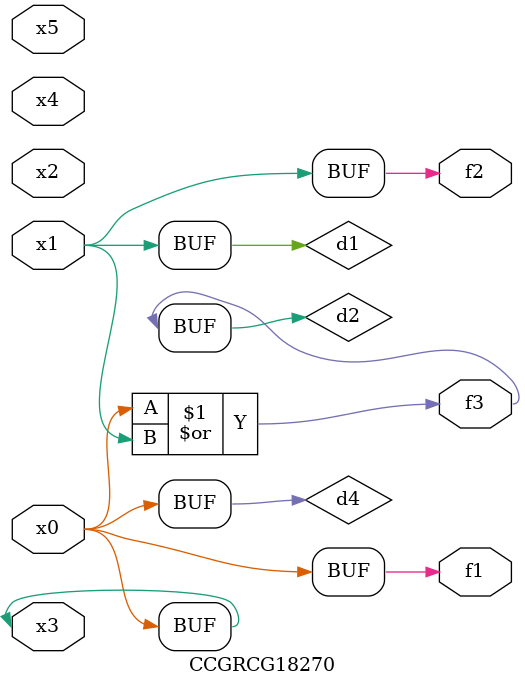
<source format=v>
module CCGRCG18270(
	input x0, x1, x2, x3, x4, x5,
	output f1, f2, f3
);

	wire d1, d2, d3, d4;

	and (d1, x1);
	or (d2, x0, x1);
	nand (d3, x0, x5);
	buf (d4, x0, x3);
	assign f1 = d4;
	assign f2 = d1;
	assign f3 = d2;
endmodule

</source>
